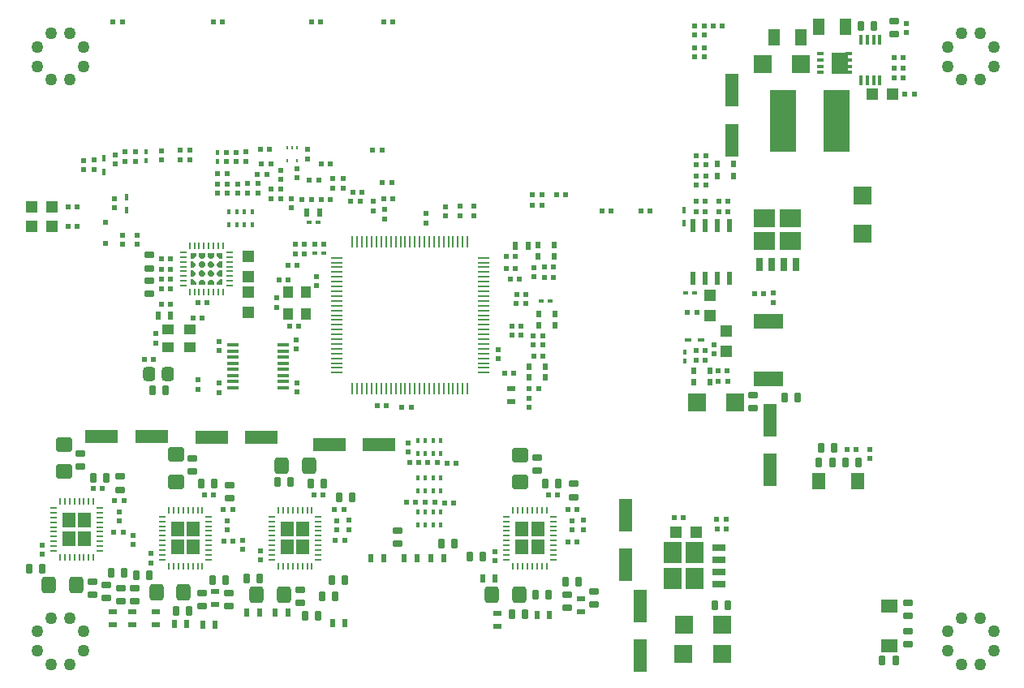
<source format=gtp>
G04 Layer_Color=8421504*
%FSLAX25Y25*%
%MOIN*%
G70*
G01*
G75*
%ADD165R,0.05276X0.06181*%
%ADD166R,0.07520X0.08898*%
%ADD167R,0.08898X0.07520*%
G04:AMPARAMS|DCode=168|XSize=20mil|YSize=22mil|CornerRadius=3.4mil|HoleSize=0mil|Usage=FLASHONLY|Rotation=0.000|XOffset=0mil|YOffset=0mil|HoleType=Round|Shape=RoundedRectangle|*
%AMROUNDEDRECTD168*
21,1,0.02000,0.01520,0,0,0.0*
21,1,0.01320,0.02200,0,0,0.0*
1,1,0.00680,0.00660,-0.00760*
1,1,0.00680,-0.00660,-0.00760*
1,1,0.00680,-0.00660,0.00760*
1,1,0.00680,0.00660,0.00760*
%
%ADD168ROUNDEDRECTD168*%
G04:AMPARAMS|DCode=169|XSize=20mil|YSize=22mil|CornerRadius=3.4mil|HoleSize=0mil|Usage=FLASHONLY|Rotation=270.000|XOffset=0mil|YOffset=0mil|HoleType=Round|Shape=RoundedRectangle|*
%AMROUNDEDRECTD169*
21,1,0.02000,0.01520,0,0,270.0*
21,1,0.01320,0.02200,0,0,270.0*
1,1,0.00680,-0.00760,-0.00660*
1,1,0.00680,-0.00760,0.00660*
1,1,0.00680,0.00760,0.00660*
1,1,0.00680,0.00760,-0.00660*
%
%ADD169ROUNDEDRECTD169*%
%ADD170R,0.00981X0.01572*%
%ADD171R,0.01800X0.02600*%
%ADD172R,0.07700X0.07700*%
%ADD173R,0.07700X0.07700*%
%ADD174R,0.02600X0.01800*%
%ADD175O,0.00784X0.03146*%
%ADD176O,0.03146X0.00784*%
G04:AMPARAMS|DCode=177|XSize=27.13mil|YSize=37.37mil|CornerRadius=4.83mil|HoleSize=0mil|Usage=FLASHONLY|Rotation=90.000|XOffset=0mil|YOffset=0mil|HoleType=Round|Shape=RoundedRectangle|*
%AMROUNDEDRECTD177*
21,1,0.02713,0.02772,0,0,90.0*
21,1,0.01748,0.03737,0,0,90.0*
1,1,0.00965,0.01386,0.00874*
1,1,0.00965,0.01386,-0.00874*
1,1,0.00965,-0.01386,-0.00874*
1,1,0.00965,-0.01386,0.00874*
%
%ADD177ROUNDEDRECTD177*%
%ADD178R,0.06887X0.05233*%
G04:AMPARAMS|DCode=179|XSize=27.13mil|YSize=37.37mil|CornerRadius=4.83mil|HoleSize=0mil|Usage=FLASHONLY|Rotation=0.000|XOffset=0mil|YOffset=0mil|HoleType=Round|Shape=RoundedRectangle|*
%AMROUNDEDRECTD179*
21,1,0.02713,0.02772,0,0,0.0*
21,1,0.01748,0.03737,0,0,0.0*
1,1,0.00965,0.00874,-0.01386*
1,1,0.00965,-0.00874,-0.01386*
1,1,0.00965,-0.00874,0.01386*
1,1,0.00965,0.00874,0.01386*
%
%ADD179ROUNDEDRECTD179*%
%ADD180R,0.02438X0.03265*%
%ADD181R,0.03265X0.02438*%
%ADD182R,0.04600X0.04600*%
%ADD183R,0.04600X0.04600*%
%ADD184R,0.04000X0.05000*%
%ADD185R,0.02162X0.02950*%
%ADD186R,0.02200X0.02200*%
%ADD187R,0.12400X0.06100*%
%ADD188R,0.05000X0.04000*%
%ADD189R,0.05233X0.06887*%
%ADD190C,0.05000*%
%ADD191R,0.02200X0.05800*%
%ADD192R,0.04800X0.01300*%
%ADD193R,0.01800X0.02400*%
G04:AMPARAMS|DCode=194|XSize=61mil|YSize=69mil|CornerRadius=14.75mil|HoleSize=0mil|Usage=FLASHONLY|Rotation=90.000|XOffset=0mil|YOffset=0mil|HoleType=Round|Shape=RoundedRectangle|*
%AMROUNDEDRECTD194*
21,1,0.06100,0.03950,0,0,90.0*
21,1,0.03150,0.06900,0,0,90.0*
1,1,0.02950,0.01975,0.01575*
1,1,0.02950,0.01975,-0.01575*
1,1,0.02950,-0.01975,-0.01575*
1,1,0.02950,-0.01975,0.01575*
%
%ADD194ROUNDEDRECTD194*%
G04:AMPARAMS|DCode=195|XSize=61mil|YSize=69mil|CornerRadius=14.75mil|HoleSize=0mil|Usage=FLASHONLY|Rotation=180.000|XOffset=0mil|YOffset=0mil|HoleType=Round|Shape=RoundedRectangle|*
%AMROUNDEDRECTD195*
21,1,0.06100,0.03950,0,0,180.0*
21,1,0.03150,0.06900,0,0,180.0*
1,1,0.02950,-0.01575,0.01975*
1,1,0.02950,0.01575,0.01975*
1,1,0.02950,0.01575,-0.01975*
1,1,0.02950,-0.01575,-0.01975*
%
%ADD195ROUNDEDRECTD195*%
%ADD196R,0.13186X0.05312*%
G04:AMPARAMS|DCode=197|XSize=50mil|YSize=58mil|CornerRadius=12mil|HoleSize=0mil|Usage=FLASHONLY|Rotation=180.000|XOffset=0mil|YOffset=0mil|HoleType=Round|Shape=RoundedRectangle|*
%AMROUNDEDRECTD197*
21,1,0.05000,0.03400,0,0,180.0*
21,1,0.02600,0.05800,0,0,180.0*
1,1,0.02400,-0.01300,0.01700*
1,1,0.02400,0.01300,0.01700*
1,1,0.02400,0.01300,-0.01700*
1,1,0.02400,-0.01300,-0.01700*
%
%ADD197ROUNDEDRECTD197*%
%ADD198R,0.05312X0.13186*%
%ADD199R,0.05400X0.02600*%
%ADD200R,0.02600X0.05400*%
%ADD201R,0.01965X0.01768*%
%ADD202O,0.00784X0.04918*%
%ADD203O,0.04918X0.00784*%
%ADD204R,0.01768X0.01965*%
G04:AMPARAMS|DCode=205|XSize=9.02mil|YSize=29.5mil|CornerRadius=3.41mil|HoleSize=0mil|Usage=FLASHONLY|Rotation=270.000|XOffset=0mil|YOffset=0mil|HoleType=Round|Shape=RoundedRectangle|*
%AMROUNDEDRECTD205*
21,1,0.00902,0.02268,0,0,270.0*
21,1,0.00220,0.02950,0,0,270.0*
1,1,0.00682,-0.01134,-0.00110*
1,1,0.00682,-0.01134,0.00110*
1,1,0.00682,0.01134,0.00110*
1,1,0.00682,0.01134,-0.00110*
%
%ADD205ROUNDEDRECTD205*%
G04:AMPARAMS|DCode=206|XSize=9.02mil|YSize=29.5mil|CornerRadius=3.41mil|HoleSize=0mil|Usage=FLASHONLY|Rotation=180.000|XOffset=0mil|YOffset=0mil|HoleType=Round|Shape=RoundedRectangle|*
%AMROUNDEDRECTD206*
21,1,0.00902,0.02268,0,0,180.0*
21,1,0.00220,0.02950,0,0,180.0*
1,1,0.00682,-0.00110,0.01134*
1,1,0.00682,0.00110,0.01134*
1,1,0.00682,0.00110,-0.01134*
1,1,0.00682,-0.00110,-0.01134*
%
%ADD206ROUNDEDRECTD206*%
G04:AMPARAMS|DCode=207|XSize=21.62mil|YSize=22mil|CornerRadius=3.72mil|HoleSize=0mil|Usage=FLASHONLY|Rotation=90.000|XOffset=0mil|YOffset=0mil|HoleType=Round|Shape=RoundedRectangle|*
%AMROUNDEDRECTD207*
21,1,0.02162,0.01455,0,0,90.0*
21,1,0.01417,0.02200,0,0,90.0*
1,1,0.00745,0.00728,0.00709*
1,1,0.00745,0.00728,-0.00709*
1,1,0.00745,-0.00728,-0.00709*
1,1,0.00745,-0.00728,0.00709*
%
%ADD207ROUNDEDRECTD207*%
%ADD208R,0.04918X0.06887*%
%ADD209R,0.01520X0.04328*%
%ADD210R,0.02556X0.01453*%
%ADD211R,0.07083X0.09131*%
%ADD212R,0.11020X0.25784*%
G36*
X11248Y-70476D02*
Y-71264D01*
X10264Y-72248D01*
X9476D01*
X8591Y-71362D01*
Y-70378D01*
X9378Y-69591D01*
X10362D01*
X11248Y-70476D01*
D02*
G37*
G36*
X3669Y-70483D02*
Y-71300D01*
X2736Y-72248D01*
X1405D01*
Y-69492D01*
X2694D01*
X3669Y-70483D01*
D02*
G37*
G36*
X7409Y-70378D02*
Y-71362D01*
X6622Y-72150D01*
X5638D01*
X4752Y-71264D01*
Y-70476D01*
X5736Y-69492D01*
X6524D01*
X7409Y-70378D01*
D02*
G37*
G36*
X14594Y-72248D02*
X13315D01*
X12331Y-71264D01*
Y-70378D01*
X13216Y-69492D01*
X14594D01*
Y-72248D01*
D02*
G37*
G36*
X7508Y-74264D02*
Y-75595D01*
X4752D01*
Y-74306D01*
X5742Y-73331D01*
X6560D01*
X7508Y-74264D01*
D02*
G37*
G36*
X3866Y-74413D02*
Y-75595D01*
X1405D01*
Y-73134D01*
X2587D01*
X3866Y-74413D01*
D02*
G37*
G36*
X14594Y-75595D02*
X12134D01*
Y-74413D01*
X13413Y-73134D01*
X14594D01*
Y-75595D01*
D02*
G37*
G36*
X11248Y-74264D02*
Y-75595D01*
X8492D01*
Y-74306D01*
X9483Y-73331D01*
X10300D01*
X11248Y-74264D01*
D02*
G37*
G36*
X14594Y-64866D02*
X13413D01*
X12134Y-63587D01*
Y-62406D01*
X14594D01*
Y-64866D01*
D02*
G37*
G36*
X3866Y-63587D02*
X2587Y-64866D01*
X1405D01*
Y-62406D01*
X3866D01*
Y-63587D01*
D02*
G37*
G36*
X11248Y-63694D02*
X10257Y-64669D01*
X9440D01*
X8492Y-63736D01*
Y-62406D01*
X11248D01*
Y-63694D01*
D02*
G37*
G36*
X7508D02*
X6517Y-64669D01*
X5700D01*
X4752Y-63736D01*
Y-62406D01*
X7508D01*
Y-63694D01*
D02*
G37*
G36*
X11248Y-66736D02*
Y-67524D01*
X10264Y-68508D01*
X9476D01*
X8591Y-67622D01*
Y-66638D01*
X9378Y-65850D01*
X10362D01*
X11248Y-66736D01*
D02*
G37*
G36*
X3669Y-66736D02*
Y-67622D01*
X2784Y-68508D01*
X1405D01*
Y-65752D01*
X2685D01*
X3669Y-66736D01*
D02*
G37*
G36*
X7409Y-66638D02*
Y-67622D01*
X6622Y-68410D01*
X5638D01*
X4752Y-67524D01*
Y-66736D01*
X5736Y-65752D01*
X6524D01*
X7409Y-66638D01*
D02*
G37*
G36*
X14594Y-68508D02*
X13306D01*
X12331Y-67517D01*
Y-66700D01*
X13264Y-65752D01*
X14594D01*
Y-68508D01*
D02*
G37*
G54D165*
X137668Y-183278D02*
D03*
X144129Y-175910D02*
D03*
X137672Y-175913D02*
D03*
X144128Y-183279D02*
D03*
X47728D02*
D03*
X41272Y-175913D02*
D03*
X47729Y-175910D02*
D03*
X41268Y-183278D02*
D03*
X-3732D02*
D03*
X2729Y-175910D02*
D03*
X-3728Y-175913D02*
D03*
X2728Y-183279D02*
D03*
X-42009Y-179679D02*
D03*
X-48466Y-172313D02*
D03*
X-42009Y-172310D02*
D03*
X-48470Y-179678D02*
D03*
G54D166*
X199467Y-196151D02*
D03*
X199471Y-185513D02*
D03*
X208727Y-185513D02*
D03*
X208723Y-196151D02*
D03*
G54D167*
X237295Y-57365D02*
D03*
X247932Y-57368D02*
D03*
X247932Y-48113D02*
D03*
X237295Y-48109D02*
D03*
G54D168*
X76330Y-20000D02*
D03*
X80100D02*
D03*
X34070Y-19800D02*
D03*
X30300D02*
D03*
X54870Y32600D02*
D03*
X51100D02*
D03*
X14570D02*
D03*
X10800D02*
D03*
X-26530D02*
D03*
X-30300D02*
D03*
X34485Y-25800D02*
D03*
X30715D02*
D03*
X29015Y-30000D02*
D03*
X32785D02*
D03*
X1100Y-20100D02*
D03*
X-2670D02*
D03*
X56254Y-58874D02*
D03*
X52464D02*
D03*
X44500Y-62800D02*
D03*
X48270D02*
D03*
X55152Y-25950D02*
D03*
X58942D02*
D03*
X151810Y-38400D02*
D03*
X155600D02*
D03*
X50310Y-32400D02*
D03*
X54100D02*
D03*
X55110Y-40500D02*
D03*
X58900D02*
D03*
X80310Y-33600D02*
D03*
X84100D02*
D03*
X84719Y-40321D02*
D03*
X80929D02*
D03*
X78080Y-125200D02*
D03*
X81870D02*
D03*
X41610Y-67500D02*
D03*
X45400D02*
D03*
X68110Y-37400D02*
D03*
X71900D02*
D03*
X133410Y-96250D02*
D03*
X137200D02*
D03*
X133410Y-92350D02*
D03*
X137200D02*
D03*
X130610Y-111850D02*
D03*
X134400D02*
D03*
X-48765Y-43500D02*
D03*
X-44975D02*
D03*
X212925Y-45575D02*
D03*
X209135D02*
D03*
X218435D02*
D03*
X222225D02*
D03*
X209125Y-41275D02*
D03*
X212915D02*
D03*
X146900Y-72400D02*
D03*
X150690D02*
D03*
X-48790Y-51600D02*
D03*
X-45000D02*
D03*
X146200Y-104700D02*
D03*
X142410D02*
D03*
X203990Y-171300D02*
D03*
X200200D02*
D03*
X221500Y-171900D02*
D03*
X217710D02*
D03*
X221530Y-175950D02*
D03*
X217740D02*
D03*
X236961Y-79005D02*
D03*
X233172D02*
D03*
X295004Y2790D02*
D03*
X298794D02*
D03*
X-10390Y-73100D02*
D03*
X-6600D02*
D03*
Y-69000D02*
D03*
X-10390D02*
D03*
X209525Y-86675D02*
D03*
X205735D02*
D03*
X150690Y-68200D02*
D03*
X146900D02*
D03*
X222215Y-41275D02*
D03*
X218425D02*
D03*
X294353Y9524D02*
D03*
X290563D02*
D03*
X71190Y-41300D02*
D03*
X67400D02*
D03*
X209110Y-102400D02*
D03*
X212900D02*
D03*
X212890Y-106400D02*
D03*
X209100D02*
D03*
X139190Y-83300D02*
D03*
X135400D02*
D03*
X144500Y-118000D02*
D03*
X140710D02*
D03*
X222090Y-115200D02*
D03*
X218300D02*
D03*
X44522Y-58923D02*
D03*
X48312D02*
D03*
X16412Y-29887D02*
D03*
X12622D02*
D03*
X-6630Y-83500D02*
D03*
X-10400D02*
D03*
X220070Y30800D02*
D03*
X216300D02*
D03*
X80900Y32600D02*
D03*
X84670D02*
D03*
X-25900Y-164200D02*
D03*
X-29670D02*
D03*
X-34730Y-159300D02*
D03*
X-38500D02*
D03*
X-30000Y-177000D02*
D03*
X-26230D02*
D03*
X131280Y-68937D02*
D03*
X135050D02*
D03*
X92161Y-125821D02*
D03*
X88391D02*
D03*
X-13600Y-106000D02*
D03*
X-17370D02*
D03*
X-6630Y-77100D02*
D03*
X-10400D02*
D03*
X41600Y-73350D02*
D03*
X37830D02*
D03*
X-6630Y-64700D02*
D03*
X-10400D02*
D03*
X2630Y-89300D02*
D03*
X6400D02*
D03*
X4465Y-82821D02*
D03*
X8235D02*
D03*
X45962Y-92479D02*
D03*
X42192D02*
D03*
X132854Y-73071D02*
D03*
X136624D02*
D03*
X131230Y-63800D02*
D03*
X135000D02*
D03*
X110643Y-148716D02*
D03*
X106873D02*
D03*
X105773Y-165054D02*
D03*
X109543D02*
D03*
X99068Y-148617D02*
D03*
X102838D02*
D03*
X101738Y-164956D02*
D03*
X97968D02*
D03*
X91587Y-148617D02*
D03*
X95357D02*
D03*
X93962Y-164956D02*
D03*
X90192D02*
D03*
X139200Y-79500D02*
D03*
X135430D02*
D03*
X18838Y-167800D02*
D03*
X15068D02*
D03*
X10870Y-161900D02*
D03*
X7100D02*
D03*
X15100Y-180800D02*
D03*
X18870D02*
D03*
X60730Y-167700D02*
D03*
X64500D02*
D03*
X55970Y-161900D02*
D03*
X52200D02*
D03*
X64770Y-180600D02*
D03*
X61000D02*
D03*
X160300Y-167700D02*
D03*
X156530D02*
D03*
X152270Y-161800D02*
D03*
X148500D02*
D03*
X156600Y-181000D02*
D03*
X160370D02*
D03*
X218300Y-110900D02*
D03*
X222070D02*
D03*
X-2634Y-24210D02*
D03*
X1156D02*
D03*
X47300Y-40400D02*
D03*
X51090D02*
D03*
X274915Y-143075D02*
D03*
X271125D02*
D03*
X294353Y17791D02*
D03*
X290563D02*
D03*
X294338Y13657D02*
D03*
X290568D02*
D03*
X174390Y-45000D02*
D03*
X170600D02*
D03*
X186600D02*
D03*
X190390D02*
D03*
X145790Y-42700D02*
D03*
X142000D02*
D03*
X145800Y-38600D02*
D03*
X142010D02*
D03*
G54D169*
X-10300Y-20330D02*
D03*
Y-24100D02*
D03*
X45200Y-27715D02*
D03*
Y-31485D02*
D03*
X38725Y-40065D02*
D03*
Y-36275D02*
D03*
X24955Y-37781D02*
D03*
Y-33991D02*
D03*
X12658Y-37786D02*
D03*
Y-33996D02*
D03*
X16179Y-21128D02*
D03*
Y-24917D02*
D03*
X-21210Y-20919D02*
D03*
Y-24709D02*
D03*
X24400Y-20900D02*
D03*
Y-24670D02*
D03*
X-29500Y-22115D02*
D03*
Y-25885D02*
D03*
X81200Y-44610D02*
D03*
Y-48400D02*
D03*
X60050Y-35690D02*
D03*
Y-31900D02*
D03*
X106300Y-47190D02*
D03*
Y-43400D02*
D03*
X112100Y-47090D02*
D03*
Y-43300D02*
D03*
X117800Y-47090D02*
D03*
Y-43300D02*
D03*
X49600Y-23700D02*
D03*
Y-19910D02*
D03*
X90825Y-140485D02*
D03*
Y-144275D02*
D03*
X209150Y-30810D02*
D03*
Y-34600D02*
D03*
X-22100Y-182190D02*
D03*
Y-178400D02*
D03*
X-38200Y-28100D02*
D03*
Y-24310D02*
D03*
X-29702Y-40189D02*
D03*
Y-43979D02*
D03*
X240998Y-82693D02*
D03*
Y-78903D02*
D03*
X216700Y-100110D02*
D03*
Y-103900D02*
D03*
X-20547Y-55109D02*
D03*
Y-58899D02*
D03*
X76700Y-45100D02*
D03*
Y-41310D02*
D03*
X146400Y-96400D02*
D03*
Y-100190D02*
D03*
X140700Y-122010D02*
D03*
Y-125800D02*
D03*
X142700Y-72200D02*
D03*
Y-68410D02*
D03*
X295725Y31925D02*
D03*
Y28135D02*
D03*
X22800Y-184190D02*
D03*
Y-180400D02*
D03*
X66500Y-172300D02*
D03*
Y-176090D02*
D03*
X163000D02*
D03*
Y-172300D02*
D03*
X16648Y-34016D02*
D03*
Y-37786D02*
D03*
X20748Y-34016D02*
D03*
Y-37786D02*
D03*
X34502Y-36255D02*
D03*
Y-40025D02*
D03*
X42800Y-40000D02*
D03*
Y-43790D02*
D03*
X64150Y-31900D02*
D03*
Y-35690D02*
D03*
X213250Y-30810D02*
D03*
Y-34600D02*
D03*
X142300Y-96400D02*
D03*
Y-100190D02*
D03*
X212525Y30825D02*
D03*
Y27035D02*
D03*
X208525Y30825D02*
D03*
Y27035D02*
D03*
X209200Y-26150D02*
D03*
Y-22360D02*
D03*
X4525Y-118375D02*
D03*
Y-114585D02*
D03*
X38636Y-28490D02*
D03*
Y-32280D02*
D03*
X20339Y-24887D02*
D03*
Y-21098D02*
D03*
X-25344Y-20919D02*
D03*
Y-24709D02*
D03*
X29089Y-37781D02*
D03*
Y-33991D02*
D03*
X-59400Y-182500D02*
D03*
Y-186270D02*
D03*
X-27900Y-168730D02*
D03*
Y-172500D02*
D03*
X53300Y-75800D02*
D03*
Y-72030D02*
D03*
X128000Y-105843D02*
D03*
Y-102073D02*
D03*
X-42300Y-24330D02*
D03*
Y-28100D02*
D03*
X-12700Y-95600D02*
D03*
Y-99370D02*
D03*
X36800Y-84700D02*
D03*
Y-80930D02*
D03*
X98300Y-46300D02*
D03*
Y-50070D02*
D03*
X13366Y-119724D02*
D03*
Y-115954D02*
D03*
X45158Y-115665D02*
D03*
Y-119435D02*
D03*
X45059Y-98169D02*
D03*
Y-101939D02*
D03*
X13268Y-102530D02*
D03*
Y-98760D02*
D03*
X-26547Y-58870D02*
D03*
Y-55100D02*
D03*
X16700Y-172430D02*
D03*
Y-176200D02*
D03*
X-14800Y-185900D02*
D03*
Y-189670D02*
D03*
X61700Y-176100D02*
D03*
Y-172330D02*
D03*
X30300Y-184800D02*
D03*
Y-188570D02*
D03*
X158200Y-172330D02*
D03*
Y-176100D02*
D03*
X126700Y-185000D02*
D03*
Y-188770D02*
D03*
X213200Y-22380D02*
D03*
Y-26150D02*
D03*
X212600Y21800D02*
D03*
Y18010D02*
D03*
X208500Y21800D02*
D03*
Y18010D02*
D03*
G54D170*
X45182Y-19142D02*
D03*
X43200D02*
D03*
X41218D02*
D03*
X41232Y-24457D02*
D03*
X45169D02*
D03*
G54D171*
X204286Y-44750D02*
D03*
Y-50261D02*
D03*
X-34000Y-29156D02*
D03*
Y-23644D02*
D03*
X-24683Y-44943D02*
D03*
Y-39432D02*
D03*
G54D172*
X277711Y-38720D02*
D03*
Y-54494D02*
D03*
G54D173*
X209500Y-123700D02*
D03*
X225274D02*
D03*
X203981Y-227217D02*
D03*
X219755D02*
D03*
X219846Y-215232D02*
D03*
X204072D02*
D03*
X236625Y15225D02*
D03*
X252399D02*
D03*
G54D174*
X211356Y-98100D02*
D03*
X205844D02*
D03*
G54D175*
X134010Y-168079D02*
D03*
X135979D02*
D03*
X137947D02*
D03*
X139916D02*
D03*
X141884D02*
D03*
X143853D02*
D03*
X145821D02*
D03*
X147790D02*
D03*
Y-191110D02*
D03*
X145821D02*
D03*
X143853D02*
D03*
X141884D02*
D03*
X139916D02*
D03*
X137947D02*
D03*
X135979D02*
D03*
X134010D02*
D03*
X37610D02*
D03*
X39579D02*
D03*
X41547D02*
D03*
X43516D02*
D03*
X45484D02*
D03*
X47453D02*
D03*
X49421D02*
D03*
X51390D02*
D03*
Y-168079D02*
D03*
X49421D02*
D03*
X47453D02*
D03*
X45484D02*
D03*
X43516D02*
D03*
X41547D02*
D03*
X39579D02*
D03*
X37610D02*
D03*
X-7390D02*
D03*
X-5421D02*
D03*
X-3453D02*
D03*
X-1484D02*
D03*
X484D02*
D03*
X2453D02*
D03*
X4421D02*
D03*
X6390D02*
D03*
Y-191110D02*
D03*
X4421D02*
D03*
X2453D02*
D03*
X484D02*
D03*
X-1484D02*
D03*
X-3453D02*
D03*
X-5421D02*
D03*
X-7390D02*
D03*
X-52127Y-187510D02*
D03*
X-50159D02*
D03*
X-48191D02*
D03*
X-46222D02*
D03*
X-44254D02*
D03*
X-42285D02*
D03*
X-40317D02*
D03*
X-38348D02*
D03*
Y-164479D02*
D03*
X-40317D02*
D03*
X-42285D02*
D03*
X-44254D02*
D03*
X-46222D02*
D03*
X-48191D02*
D03*
X-50159D02*
D03*
X-52127D02*
D03*
G54D176*
X150467Y-170736D02*
D03*
Y-172705D02*
D03*
Y-174673D02*
D03*
Y-176642D02*
D03*
Y-178610D02*
D03*
Y-180579D02*
D03*
Y-182547D02*
D03*
Y-184516D02*
D03*
Y-186484D02*
D03*
Y-188453D02*
D03*
X131333D02*
D03*
Y-186484D02*
D03*
Y-184516D02*
D03*
Y-182547D02*
D03*
Y-180579D02*
D03*
Y-178610D02*
D03*
Y-176642D02*
D03*
Y-174673D02*
D03*
Y-172705D02*
D03*
Y-170736D02*
D03*
X34933D02*
D03*
Y-172705D02*
D03*
Y-174673D02*
D03*
Y-176642D02*
D03*
Y-178610D02*
D03*
Y-180579D02*
D03*
Y-182547D02*
D03*
Y-184516D02*
D03*
Y-186484D02*
D03*
Y-188453D02*
D03*
X54067D02*
D03*
Y-186484D02*
D03*
Y-184516D02*
D03*
Y-182547D02*
D03*
Y-180579D02*
D03*
Y-178610D02*
D03*
Y-176642D02*
D03*
Y-174673D02*
D03*
Y-172705D02*
D03*
Y-170736D02*
D03*
X9067D02*
D03*
Y-172705D02*
D03*
Y-174673D02*
D03*
Y-176642D02*
D03*
Y-178610D02*
D03*
Y-180579D02*
D03*
Y-182547D02*
D03*
Y-184516D02*
D03*
Y-186484D02*
D03*
Y-188453D02*
D03*
X-10067D02*
D03*
Y-186484D02*
D03*
Y-184516D02*
D03*
Y-182547D02*
D03*
Y-180579D02*
D03*
Y-178610D02*
D03*
Y-176642D02*
D03*
Y-174673D02*
D03*
Y-172705D02*
D03*
Y-170736D02*
D03*
X-54805Y-167136D02*
D03*
Y-169105D02*
D03*
Y-171073D02*
D03*
Y-173042D02*
D03*
Y-175010D02*
D03*
Y-176979D02*
D03*
Y-178947D02*
D03*
Y-180916D02*
D03*
Y-182884D02*
D03*
Y-184853D02*
D03*
X-35671D02*
D03*
Y-182884D02*
D03*
Y-180916D02*
D03*
Y-178947D02*
D03*
Y-176979D02*
D03*
Y-175010D02*
D03*
Y-173042D02*
D03*
Y-171073D02*
D03*
Y-169105D02*
D03*
Y-167136D02*
D03*
G54D177*
X296100Y-223277D02*
D03*
Y-217923D02*
D03*
Y-211477D02*
D03*
Y-206123D02*
D03*
X-15500Y-73822D02*
D03*
Y-79177D02*
D03*
X-15500Y-63323D02*
D03*
Y-68678D02*
D03*
X-27300Y-154323D02*
D03*
Y-159677D02*
D03*
X-21450Y-205577D02*
D03*
Y-200223D02*
D03*
X-27250Y-200200D02*
D03*
Y-205554D02*
D03*
X-43700Y-150177D02*
D03*
Y-144823D02*
D03*
X-33000Y-198823D02*
D03*
Y-204177D02*
D03*
X-38700Y-202777D02*
D03*
Y-197423D02*
D03*
X290725Y32702D02*
D03*
Y27348D02*
D03*
X232700Y-126277D02*
D03*
Y-120923D02*
D03*
X17600Y-163077D02*
D03*
Y-157723D02*
D03*
X17125Y-202298D02*
D03*
Y-207652D02*
D03*
X2300Y-152077D02*
D03*
Y-146723D02*
D03*
X6325Y-202298D02*
D03*
Y-207652D02*
D03*
X86600Y-176523D02*
D03*
Y-181877D02*
D03*
X46625Y-200698D02*
D03*
Y-206052D02*
D03*
X159000Y-162677D02*
D03*
Y-157323D02*
D03*
X167400Y-206877D02*
D03*
Y-201523D02*
D03*
X156200Y-208254D02*
D03*
Y-202900D02*
D03*
X143900Y-151977D02*
D03*
Y-146623D02*
D03*
G54D178*
X288700Y-207590D02*
D03*
Y-223810D02*
D03*
G54D179*
X285723Y-229800D02*
D03*
X291077D02*
D03*
X-14227Y-118900D02*
D03*
X-8873D02*
D03*
X-64677Y-192100D02*
D03*
X-59323D02*
D03*
X-30977Y-193700D02*
D03*
X-25623D02*
D03*
X-33223Y-154700D02*
D03*
X-38577D02*
D03*
X216923Y-207200D02*
D03*
X222277D02*
D03*
X245423Y-121900D02*
D03*
X250777D02*
D03*
X275777Y-148400D02*
D03*
X270423D02*
D03*
X265077D02*
D03*
X259723D02*
D03*
X265828Y-142650D02*
D03*
X260473D02*
D03*
X53977Y-211400D02*
D03*
X48623D02*
D03*
X-20652Y-194675D02*
D03*
X-15298D02*
D03*
X-4577Y-209600D02*
D03*
X777D02*
D03*
X10423Y-196900D02*
D03*
X15777D02*
D03*
X11377Y-157200D02*
D03*
X6023D02*
D03*
X59623Y-196800D02*
D03*
X64977D02*
D03*
X56277Y-157200D02*
D03*
X50923D02*
D03*
X67877Y-162900D02*
D03*
X62523D02*
D03*
X104623Y-181900D02*
D03*
X109977D02*
D03*
X42477Y-156500D02*
D03*
X37123D02*
D03*
X60877Y-203400D02*
D03*
X55523D02*
D03*
X29777Y-196100D02*
D03*
X24423D02*
D03*
X160977Y-197500D02*
D03*
X155623D02*
D03*
X147223Y-157100D02*
D03*
X152577D02*
D03*
X133623Y-210900D02*
D03*
X138977D02*
D03*
X116323Y-187300D02*
D03*
X121677D02*
D03*
X148577Y-202700D02*
D03*
X143223D02*
D03*
X282299Y30863D02*
D03*
X276945D02*
D03*
G54D180*
X65043Y-214575D02*
D03*
X59807D02*
D03*
X29743Y-210175D02*
D03*
X24507D02*
D03*
X11643Y-215075D02*
D03*
X6407D02*
D03*
X43Y-214975D02*
D03*
X-5193D02*
D03*
X-6682Y-88100D02*
D03*
X-11918D02*
D03*
X140218Y-59400D02*
D03*
X134982D02*
D03*
X121482Y-196000D02*
D03*
X126718D02*
D03*
X36307Y-210175D02*
D03*
X41543D02*
D03*
X49382Y-45900D02*
D03*
X54618D02*
D03*
X80918Y-187800D02*
D03*
X75682D02*
D03*
X94618D02*
D03*
X89382D02*
D03*
X105518D02*
D03*
X100282D02*
D03*
X149018Y-211300D02*
D03*
X143782D02*
D03*
G54D181*
X11725Y-206893D02*
D03*
Y-201657D02*
D03*
X-12775Y-215211D02*
D03*
Y-209975D02*
D03*
X-30575Y-215193D02*
D03*
Y-209957D02*
D03*
X133300Y-118282D02*
D03*
Y-123518D02*
D03*
X-22275Y-215193D02*
D03*
Y-209957D02*
D03*
X127700Y-215818D02*
D03*
Y-210582D02*
D03*
X161800Y-209718D02*
D03*
Y-204482D02*
D03*
G54D182*
X209200Y-177000D02*
D03*
X200866D02*
D03*
X281484Y2790D02*
D03*
X289817D02*
D03*
X-63700Y-51500D02*
D03*
X-55366D02*
D03*
X-63700Y-43500D02*
D03*
X-55366D02*
D03*
G54D183*
X214825Y-79975D02*
D03*
Y-88309D02*
D03*
X221700Y-94500D02*
D03*
Y-102834D02*
D03*
X25177Y-78418D02*
D03*
Y-86752D02*
D03*
X25276Y-72251D02*
D03*
Y-63917D02*
D03*
G54D184*
X48756Y-87529D02*
D03*
Y-78401D02*
D03*
X41414D02*
D03*
Y-87529D02*
D03*
G54D185*
X224572Y-25975D02*
D03*
X217879D02*
D03*
X215047Y-110800D02*
D03*
X208353D02*
D03*
X215047Y-115400D02*
D03*
X208353D02*
D03*
X224572Y-30875D02*
D03*
X217879D02*
D03*
X147247Y-109000D02*
D03*
X140553D02*
D03*
X147300Y-113600D02*
D03*
X140607D02*
D03*
X144553Y-92000D02*
D03*
X151247D02*
D03*
X151047Y-63900D02*
D03*
X144353D02*
D03*
X151047Y-59300D02*
D03*
X144353D02*
D03*
X144553Y-87400D02*
D03*
X151247D02*
D03*
G54D186*
X-33583Y-58475D02*
D03*
Y-49744D02*
D03*
G54D187*
X238933Y-114192D02*
D03*
Y-90481D02*
D03*
G54D188*
X-7728Y-101142D02*
D03*
X1400D02*
D03*
Y-93800D02*
D03*
X-7728D02*
D03*
G54D189*
X259490Y-156200D02*
D03*
X275710D02*
D03*
G54D190*
X-47953Y-231339D02*
D03*
X-55827D02*
D03*
X-61339Y-225827D02*
D03*
Y-217953D02*
D03*
X-55827Y-212441D02*
D03*
X-47953D02*
D03*
X-42441Y-217953D02*
D03*
Y-225827D02*
D03*
X-47953Y8819D02*
D03*
X-55827D02*
D03*
X-61339Y14331D02*
D03*
Y22205D02*
D03*
X-55827Y27716D02*
D03*
X-47953D02*
D03*
X-42441Y22205D02*
D03*
Y14331D02*
D03*
X326063Y8819D02*
D03*
X318189D02*
D03*
X312677Y14331D02*
D03*
Y22205D02*
D03*
X318189Y27716D02*
D03*
X326063D02*
D03*
X331575Y22205D02*
D03*
Y14331D02*
D03*
X326063Y-231339D02*
D03*
X318189D02*
D03*
X312677Y-225827D02*
D03*
Y-217953D02*
D03*
X318189Y-212441D02*
D03*
X326063D02*
D03*
X331575Y-217953D02*
D03*
Y-225827D02*
D03*
G54D191*
X217800Y-51158D02*
D03*
Y-72885D02*
D03*
X222800Y-51158D02*
D03*
X212800D02*
D03*
X207800D02*
D03*
X222800Y-72885D02*
D03*
X212800D02*
D03*
X207800D02*
D03*
G54D192*
X39513Y-100246D02*
D03*
Y-102746D02*
D03*
X18976Y-117796D02*
D03*
X39513Y-115296D02*
D03*
X18976D02*
D03*
Y-110296D02*
D03*
X39513Y-117796D02*
D03*
X18976Y-112796D02*
D03*
X39513D02*
D03*
X39513Y-110296D02*
D03*
X39513Y-105246D02*
D03*
X18976Y-107746D02*
D03*
Y-105246D02*
D03*
Y-100246D02*
D03*
X39513Y-107746D02*
D03*
X18976Y-102746D02*
D03*
G54D193*
X26752Y-50771D02*
D03*
X23602D02*
D03*
X20428D02*
D03*
X17228D02*
D03*
Y-45414D02*
D03*
X20428D02*
D03*
X23602D02*
D03*
X26752D02*
D03*
X104297Y-139365D02*
D03*
X101147D02*
D03*
X97972D02*
D03*
X94772D02*
D03*
Y-144723D02*
D03*
X97972D02*
D03*
X101147D02*
D03*
X104297D02*
D03*
Y-160274D02*
D03*
X101147D02*
D03*
X97972D02*
D03*
X94772D02*
D03*
Y-154917D02*
D03*
X97972D02*
D03*
X101147D02*
D03*
X104297D02*
D03*
Y-168893D02*
D03*
X101147D02*
D03*
X97972D02*
D03*
X94772D02*
D03*
Y-174250D02*
D03*
X97972D02*
D03*
X101147D02*
D03*
X104297D02*
D03*
G54D194*
X-50500Y-141000D02*
D03*
Y-152198D02*
D03*
X-4500Y-145200D02*
D03*
Y-156398D02*
D03*
X137025Y-156573D02*
D03*
Y-145375D02*
D03*
G54D195*
X-45402Y-198900D02*
D03*
X-56600D02*
D03*
X39824Y-202875D02*
D03*
X28625D02*
D03*
X-12475Y-201975D02*
D03*
X-1276D02*
D03*
X50125Y-149675D02*
D03*
X38927D02*
D03*
X136498Y-202800D02*
D03*
X125300D02*
D03*
G54D196*
X-14464Y-137900D02*
D03*
X-34936D02*
D03*
X30698Y-138275D02*
D03*
X10225D02*
D03*
X78900Y-141100D02*
D03*
X58428D02*
D03*
G54D197*
X-15300Y-112000D02*
D03*
X-7760D02*
D03*
G54D198*
X239500Y-151636D02*
D03*
Y-131164D02*
D03*
X180400Y-190636D02*
D03*
Y-170164D02*
D03*
X186300Y-227836D02*
D03*
Y-207364D02*
D03*
X223925Y4461D02*
D03*
Y-16011D02*
D03*
G54D199*
X218620Y-198332D02*
D03*
Y-193332D02*
D03*
Y-188332D02*
D03*
Y-183332D02*
D03*
G54D200*
X250113Y-67262D02*
D03*
X245113D02*
D03*
X240113D02*
D03*
X235113D02*
D03*
G54D201*
X50330Y-49900D02*
D03*
X54070D02*
D03*
X145630Y-82000D02*
D03*
X149370D02*
D03*
X208695Y-78775D02*
D03*
X204955D02*
D03*
X56254Y-62565D02*
D03*
X52514D02*
D03*
G54D202*
X115301Y-57882D02*
D03*
X113332D02*
D03*
X111364D02*
D03*
X109395D02*
D03*
X107427D02*
D03*
X105458D02*
D03*
X103490D02*
D03*
X101521D02*
D03*
X99553D02*
D03*
X97584D02*
D03*
X95616D02*
D03*
X93647D02*
D03*
X91679D02*
D03*
X89710D02*
D03*
X87742D02*
D03*
X85773D02*
D03*
X83805D02*
D03*
X81836D02*
D03*
X79868D02*
D03*
X77899D02*
D03*
X75931D02*
D03*
X73962D02*
D03*
X71994D02*
D03*
X70025D02*
D03*
X68057D02*
D03*
Y-118118D02*
D03*
X70025D02*
D03*
X71994D02*
D03*
X73962D02*
D03*
X75931D02*
D03*
X77899D02*
D03*
X79868D02*
D03*
X81836D02*
D03*
X83805D02*
D03*
X85773D02*
D03*
X87742D02*
D03*
X89710D02*
D03*
X91679D02*
D03*
X93647D02*
D03*
X95616D02*
D03*
X97584D02*
D03*
X99553D02*
D03*
X101521D02*
D03*
X103490D02*
D03*
X105458D02*
D03*
X107427D02*
D03*
X109395D02*
D03*
X111364D02*
D03*
X113332D02*
D03*
X115301D02*
D03*
G54D203*
X61561Y-64378D02*
D03*
Y-66347D02*
D03*
Y-68315D02*
D03*
Y-70284D02*
D03*
Y-72252D02*
D03*
Y-74221D02*
D03*
Y-76189D02*
D03*
Y-78158D02*
D03*
Y-80126D02*
D03*
Y-82095D02*
D03*
Y-84063D02*
D03*
Y-86032D02*
D03*
Y-88000D02*
D03*
Y-89969D02*
D03*
Y-91937D02*
D03*
Y-93906D02*
D03*
Y-95874D02*
D03*
Y-97843D02*
D03*
Y-99811D02*
D03*
Y-101779D02*
D03*
Y-103748D02*
D03*
Y-105717D02*
D03*
Y-107685D02*
D03*
Y-109653D02*
D03*
Y-111622D02*
D03*
X121797D02*
D03*
Y-109653D02*
D03*
Y-107685D02*
D03*
Y-105717D02*
D03*
Y-103748D02*
D03*
Y-101779D02*
D03*
Y-99811D02*
D03*
Y-97843D02*
D03*
Y-95874D02*
D03*
Y-93906D02*
D03*
Y-91937D02*
D03*
Y-89969D02*
D03*
Y-88000D02*
D03*
Y-86032D02*
D03*
Y-84063D02*
D03*
Y-82095D02*
D03*
Y-80126D02*
D03*
Y-78158D02*
D03*
Y-76189D02*
D03*
Y-74221D02*
D03*
Y-72252D02*
D03*
Y-70284D02*
D03*
Y-68315D02*
D03*
Y-66347D02*
D03*
Y-64378D02*
D03*
G54D204*
X204425Y-106845D02*
D03*
Y-103105D02*
D03*
X-16800Y-24570D02*
D03*
Y-20830D02*
D03*
X12553Y-21128D02*
D03*
Y-24868D02*
D03*
G54D205*
X-1500Y-75890D02*
D03*
Y-73921D02*
D03*
Y-71953D02*
D03*
Y-69984D02*
D03*
Y-68016D02*
D03*
Y-66047D02*
D03*
Y-64079D02*
D03*
Y-62110D02*
D03*
X17449D02*
D03*
Y-64079D02*
D03*
Y-66047D02*
D03*
Y-68016D02*
D03*
Y-69984D02*
D03*
Y-71953D02*
D03*
Y-73921D02*
D03*
Y-75890D02*
D03*
G54D206*
X1110Y-59500D02*
D03*
X3079D02*
D03*
X5047D02*
D03*
X7016D02*
D03*
X8984D02*
D03*
X10953D02*
D03*
X12921D02*
D03*
X14890D02*
D03*
Y-78449D02*
D03*
X12921D02*
D03*
X10953D02*
D03*
X8984D02*
D03*
X7016D02*
D03*
X5047D02*
D03*
X3079D02*
D03*
X1110D02*
D03*
G54D207*
X280725Y-146965D02*
D03*
Y-143175D02*
D03*
G54D208*
X270737Y30625D02*
D03*
X259713D02*
D03*
X241113Y26025D02*
D03*
X252137D02*
D03*
G54D209*
X284725Y25125D02*
D03*
X282166D02*
D03*
X279607D02*
D03*
X277048D02*
D03*
X284725Y8393D02*
D03*
X282166D02*
D03*
X279607D02*
D03*
X277048D02*
D03*
G54D210*
X260225Y19443D02*
D03*
Y16884D02*
D03*
Y14325D02*
D03*
Y11766D02*
D03*
X272036Y11766D02*
D03*
Y14325D02*
D03*
Y16884D02*
D03*
Y19443D02*
D03*
G54D211*
X268198Y15605D02*
D03*
G54D212*
X267047Y-8075D02*
D03*
X244803D02*
D03*
M02*

</source>
